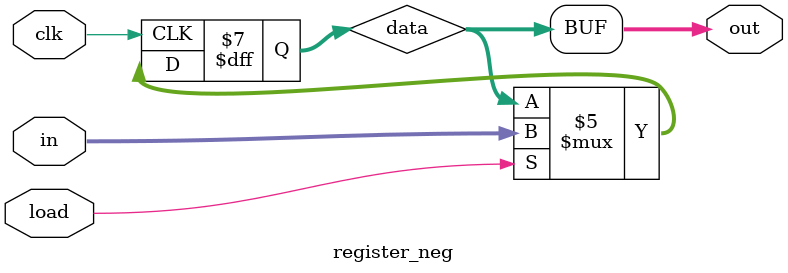
<source format=sv>
/*
 * Register module (provided)
 */
module register_neg #(parameter width = 16)
(
    input clk,
    input load,
    input [width-1:0] in,
    output logic [width-1:0] out
);

logic [width-1:0] data;

/* Altera device registers are 0 at power on. Specify this
 * so that Modelsim works as expected.
 */
initial
begin
    data = 1'b0;
end

always_ff @(negedge clk)
begin
    if (load)
    begin
        data = in;
    end
end

always_comb
begin
    out = data;
end

endmodule : register_neg

</source>
